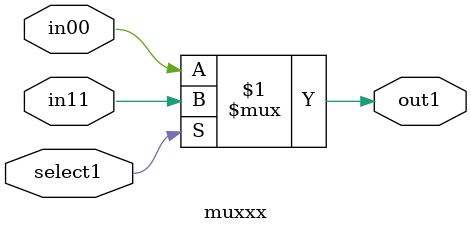
<source format=sv>
module muxxx
(
	input wire select1,
	input wire in11,in00,
	output wire out1
);

	assign out1 = (select1) ? in11 : in00;

endmodule

</source>
